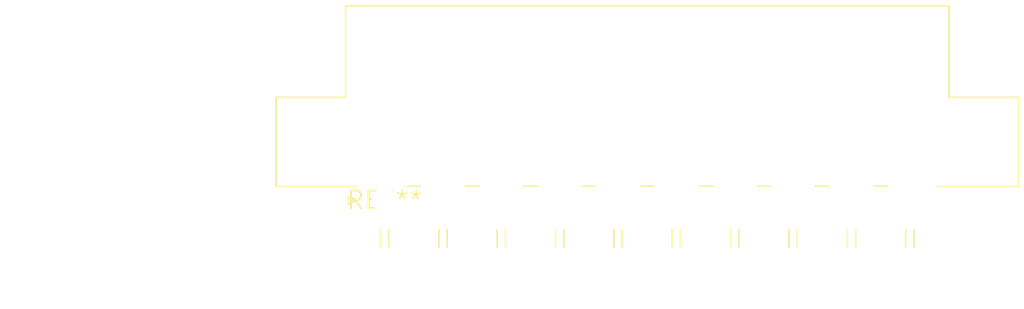
<source format=kicad_pcb>
(kicad_pcb (version 20240108) (generator pcbnew)
  (layers (0 "F.Cu" signal) (31 "B.Cu" signal) (34 "B.Paste" user) (35 "F.Paste" user) (36 "B.SilkS" user "B.Silkscreen") (37 "F.SilkS" user "F.Silkscreen") (38 "B.Mask" user) (39 "F.Mask" user) (44 "Edge.Cuts" user))
  (net 0 "")
  (footprint "Molex_Mini-Fit_Jr_5569-20A1_2x10_P4.20mm_Horizontal" (layer "F.Cu") (at 0 0)
    (property "Reference" "REF**")
    (property "Value" "Molex_Mini-Fit_Jr_5569-20A1_2x10_P4.20mm_Horizontal")
    (fp_line (start -7.81 -7.41) (end -7.81 -0.99) (layer "F.SilkS") (stroke (width 0.12)))
    (fp_line (start -7.81 -0.99) (end -2 -0.99) (layer "F.SilkS") (stroke (width 0.12)))
    (fp_line (start -2.81 -14.01) (end -2.81 -7.41) (layer "F.SilkS") (stroke (width 0.12)))
    (fp_line (start -2.81 -7.41) (end -7.81 -7.41) (layer "F.SilkS") (stroke (width 0.12)))
    (fp_line (start -2.6 -0.3) (end -2 0) (layer "F.SilkS") (stroke (width 0.12)))
    (fp_line (start -2.6 0.3) (end -2.6 -0.3) (layer "F.SilkS") (stroke (width 0.12)))
    (fp_line (start -2 0) (end -2.6 0.3) (layer "F.SilkS") (stroke (width 0.12)))
    (fp_line (start -0.3 2.11) (end -0.3 3.39) (layer "F.SilkS") (stroke (width 0.12)))
    (fp_line (start 0.3 2.11) (end 0.3 3.39) (layer "F.SilkS") (stroke (width 0.12)))
    (fp_line (start 1.61 -1) (end 2.59 -1) (layer "F.SilkS") (stroke (width 0.12)))
    (fp_line (start 3.9 2.11) (end 3.9 3.39) (layer "F.SilkS") (stroke (width 0.12)))
    (fp_line (start 4.5 2.11) (end 4.5 3.39) (layer "F.SilkS") (stroke (width 0.12)))
    (fp_line (start 5.81 -1) (end 6.79 -1) (layer "F.SilkS") (stroke (width 0.12)))
    (fp_line (start 8.1 2.11) (end 8.1 3.39) (layer "F.SilkS") (stroke (width 0.12)))
    (fp_line (start 8.7 2.11) (end 8.7 3.39) (layer "F.SilkS") (stroke (width 0.12)))
    (fp_line (start 10.01 -1) (end 10.99 -1) (layer "F.SilkS") (stroke (width 0.12)))
    (fp_line (start 12.3 2.11) (end 12.3 3.39) (layer "F.SilkS") (stroke (width 0.12)))
    (fp_line (start 12.9 2.11) (end 12.9 3.39) (layer "F.SilkS") (stroke (width 0.12)))
    (fp_line (start 14.21 -1) (end 15.19 -1) (layer "F.SilkS") (stroke (width 0.12)))
    (fp_line (start 16.5 2.11) (end 16.5 3.39) (layer "F.SilkS") (stroke (width 0.12)))
    (fp_line (start 17.1 2.11) (end 17.1 3.39) (layer "F.SilkS") (stroke (width 0.12)))
    (fp_line (start 18.41 -1) (end 19.39 -1) (layer "F.SilkS") (stroke (width 0.12)))
    (fp_line (start 18.9 -14.01) (end -2.81 -14.01) (layer "F.SilkS") (stroke (width 0.12)))
    (fp_line (start 18.9 -14.01) (end 40.61 -14.01) (layer "F.SilkS") (stroke (width 0.12)))
    (fp_line (start 20.7 2.11) (end 20.7 3.39) (layer "F.SilkS") (stroke (width 0.12)))
    (fp_line (start 21.3 2.11) (end 21.3 3.39) (layer "F.SilkS") (stroke (width 0.12)))
    (fp_line (start 22.61 -1) (end 23.59 -1) (layer "F.SilkS") (stroke (width 0.12)))
    (fp_line (start 24.9 2.11) (end 24.9 3.39) (layer "F.SilkS") (stroke (width 0.12)))
    (fp_line (start 25.5 2.11) (end 25.5 3.39) (layer "F.SilkS") (stroke (width 0.12)))
    (fp_line (start 26.81 -1) (end 27.79 -1) (layer "F.SilkS") (stroke (width 0.12)))
    (fp_line (start 29.1 2.11) (end 29.1 3.39) (layer "F.SilkS") (stroke (width 0.12)))
    (fp_line (start 29.7 2.11) (end 29.7 3.39) (layer "F.SilkS") (stroke (width 0.12)))
    (fp_line (start 31.01 -1) (end 31.99 -1) (layer "F.SilkS") (stroke (width 0.12)))
    (fp_line (start 33.3 2.11) (end 33.3 3.39) (layer "F.SilkS") (stroke (width 0.12)))
    (fp_line (start 33.9 2.11) (end 33.9 3.39) (layer "F.SilkS") (stroke (width 0.12)))
    (fp_line (start 35.21 -1) (end 36.19 -1) (layer "F.SilkS") (stroke (width 0.12)))
    (fp_line (start 37.5 2.11) (end 37.5 3.39) (layer "F.SilkS") (stroke (width 0.12)))
    (fp_line (start 38.1 2.11) (end 38.1 3.39) (layer "F.SilkS") (stroke (width 0.12)))
    (fp_line (start 40.61 -14.01) (end 40.61 -7.41) (layer "F.SilkS") (stroke (width 0.12)))
    (fp_line (start 40.61 -7.41) (end 45.61 -7.41) (layer "F.SilkS") (stroke (width 0.12)))
    (fp_line (start 45.61 -7.41) (end 45.61 -0.99) (layer "F.SilkS") (stroke (width 0.12)))
    (fp_line (start 45.61 -0.99) (end 39.8 -0.99) (layer "F.SilkS") (stroke (width 0.12)))
    (pad "" np_thru_hole circle (at -4.5 -4.2) (size 3.2 3.2) (drill 3.2) (layers *.Cu *.Mask))
    (pad "" np_thru_hole circle (at 42.3 -4.2) (size 3.2 3.2) (drill 3.2) (layers *.Cu *.Mask))
    (pad "1" thru_hole roundrect (at 0 0) (size 2.7 3.7) (drill 1.8) (layers *.Cu *.Mask) (remove_unused_layers) (roundrect_rratio 0.092593))
    (pad "2" thru_hole oval (at 4.2 0) (size 2.7 3.7) (drill 1.8) (layers *.Cu *.Mask) (remove_unused_layers))
    (pad "3" thru_hole oval (at 8.4 0) (size 2.7 3.7) (drill 1.8) (layers *.Cu *.Mask) (remove_unused_layers))
    (pad "4" thru_hole oval (at 12.6 0) (size 2.7 3.7) (drill 1.8) (layers *.Cu *.Mask) (remove_unused_layers))
    (pad "5" thru_hole oval (at 16.8 0) (size 2.7 3.7) (drill 1.8) (layers *.Cu *.Mask) (remove_unused_layers))
    (pad "6" thru_hole oval (at 21 0) (size 2.7 3.7) (drill 1.8) (layers *.Cu *.Mask) (remove_unused_layers))
    (pad "7" thru_hole oval (at 25.2 0) (size 2.7 3.7) (drill 1.8) (layers *.Cu *.Mask) (remove_unused_layers))
    (pad "8" thru_hole oval (at 29.4 0) (size 2.7 3.7) (drill 1.8) (layers *.Cu *.Mask) (remove_unused_layers))
    (pad "9" thru_hole oval (at 33.6 0) (size 2.7 3.7) (drill 1.8) (layers *.Cu *.Mask) (remove_unused_layers))
    (pad "10" thru_hole oval (at 37.8 0) (size 2.7 3.7) (drill 1.8) (layers *.Cu *.Mask) (remove_unused_layers))
    (pad "11" thru_hole oval (at 0 5.5) (size 2.7 3.7) (drill 1.8) (layers *.Cu *.Mask) (remove_unused_layers))
    (pad "12" thru_hole oval (at 4.2 5.5) (size 2.7 3.7) (drill 1.8) (layers *.Cu *.Mask) (remove_unused_layers))
    (pad "13" thru_hole oval (at 8.4 5.5) (size 2.7 3.7) (drill 1.8) (layers *.Cu *.Mask) (remove_unused_layers))
    (pad "14" thru_hole oval (at 12.6 5.5) (size 2.7 3.7) (drill 1.8) (layers *.Cu *.Mask) (remove_unused_layers))
    (pad "15" thru_hole oval (at 16.8 5.5) (size 2.7 3.7) (drill 1.8) (layers *.Cu *.Mask) (remove_unused_layers))
    (pad "16" thru_hole oval (at 21 5.5) (size 2.7 3.7) (drill 1.8) (layers *.Cu *.Mask) (remove_unused_layers))
    (pad "17" thru_hole oval (at 25.2 5.5) (size 2.7 3.7) (drill 1.8) (layers *.Cu *.Mask) (remove_unused_layers))
    (pad "18" thru_hole oval (at 29.4 5.5) (size 2.7 3.7) (drill 1.8) (layers *.Cu *.Mask) (remove_unused_layers))
    (pad "19" thru_hole oval (at 33.6 5.5) (size 2.7 3.7) (drill 1.8) (layers *.Cu *.Mask) (remove_unused_layers))
    (pad "20" thru_hole oval (at 37.8 5.5) (size 2.7 3.7) (drill 1.8) (layers *.Cu *.Mask) (remove_unused_layers))
  )
)
</source>
